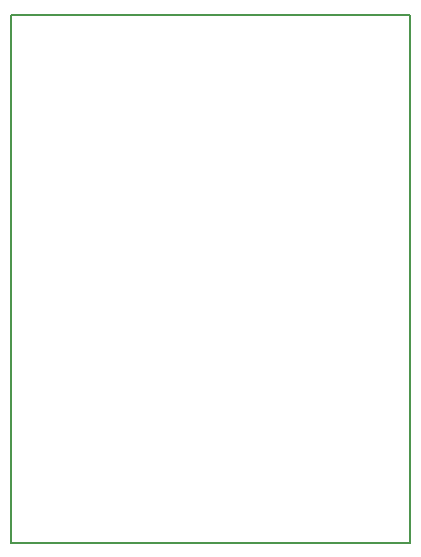
<source format=gbr>
G04 #@! TF.GenerationSoftware,KiCad,Pcbnew,(5.0.1)-rc2*
G04 #@! TF.CreationDate,2019-03-09T00:44:05-07:00*
G04 #@! TF.ProjectId,GPSLogger,4750534C6F676765722E6B696361645F,rev?*
G04 #@! TF.SameCoordinates,Original*
G04 #@! TF.FileFunction,Profile,NP*
%FSLAX46Y46*%
G04 Gerber Fmt 4.6, Leading zero omitted, Abs format (unit mm)*
G04 Created by KiCad (PCBNEW (5.0.1)-rc2) date 3/9/2019 12:44:05 AM*
%MOMM*%
%LPD*%
G01*
G04 APERTURE LIST*
%ADD10C,0.200000*%
G04 APERTURE END LIST*
D10*
X227584000Y-21336000D02*
X193802000Y-21336000D01*
X227584000Y-66040000D02*
X227584000Y-21336000D01*
X193802000Y-66040000D02*
X227584000Y-66040000D01*
X193802000Y-21336000D02*
X193802000Y-66040000D01*
M02*

</source>
